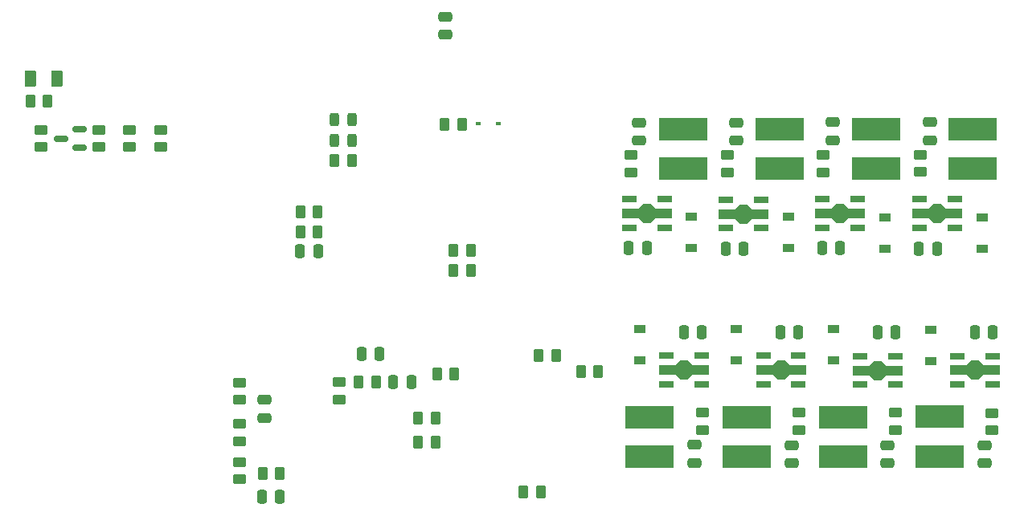
<source format=gtp>
G04 #@! TF.GenerationSoftware,KiCad,Pcbnew,6.0.1-79c1e3a40b~116~ubuntu20.04.1*
G04 #@! TF.CreationDate,2022-02-07T23:27:10+01:00*
G04 #@! TF.ProjectId,CC dimmer low voltage,43432064-696d-46d6-9572-206c6f772076,0.996*
G04 #@! TF.SameCoordinates,Original*
G04 #@! TF.FileFunction,Paste,Top*
G04 #@! TF.FilePolarity,Positive*
%FSLAX46Y46*%
G04 Gerber Fmt 4.6, Leading zero omitted, Abs format (unit mm)*
G04 Created by KiCad (PCBNEW 6.0.1-79c1e3a40b~116~ubuntu20.04.1) date 2022-02-07 23:27:10*
%MOMM*%
%LPD*%
G01*
G04 APERTURE LIST*
G04 Aperture macros list*
%AMRoundRect*
0 Rectangle with rounded corners*
0 $1 Rounding radius*
0 $2 $3 $4 $5 $6 $7 $8 $9 X,Y pos of 4 corners*
0 Add a 4 corners polygon primitive as box body*
4,1,4,$2,$3,$4,$5,$6,$7,$8,$9,$2,$3,0*
0 Add four circle primitives for the rounded corners*
1,1,$1+$1,$2,$3*
1,1,$1+$1,$4,$5*
1,1,$1+$1,$6,$7*
1,1,$1+$1,$8,$9*
0 Add four rect primitives between the rounded corners*
20,1,$1+$1,$2,$3,$4,$5,0*
20,1,$1+$1,$4,$5,$6,$7,0*
20,1,$1+$1,$6,$7,$8,$9,0*
20,1,$1+$1,$8,$9,$2,$3,0*%
%AMFreePoly0*
4,1,13,0.900000,0.500000,2.600000,0.500000,2.600000,-0.500000,0.900000,-0.500000,0.400000,-1.000000,-0.400000,-1.000000,-0.900000,-0.500000,-2.600000,-0.500000,-2.600000,0.500000,-0.900000,0.500000,-0.400000,1.000000,0.400000,1.000000,0.900000,0.500000,0.900000,0.500000,$1*%
G04 Aperture macros list end*
%ADD10R,1.500000X0.700000*%
%ADD11FreePoly0,180.000000*%
%ADD12FreePoly0,0.000000*%
%ADD13R,0.600000X0.450000*%
%ADD14RoundRect,0.250000X0.250000X0.475000X-0.250000X0.475000X-0.250000X-0.475000X0.250000X-0.475000X0*%
%ADD15RoundRect,0.250000X0.475000X-0.250000X0.475000X0.250000X-0.475000X0.250000X-0.475000X-0.250000X0*%
%ADD16RoundRect,0.250000X-0.250000X-0.475000X0.250000X-0.475000X0.250000X0.475000X-0.250000X0.475000X0*%
%ADD17RoundRect,0.250000X-0.475000X0.250000X-0.475000X-0.250000X0.475000X-0.250000X0.475000X0.250000X0*%
%ADD18R,1.200000X0.900000*%
%ADD19RoundRect,0.250000X0.450000X-0.262500X0.450000X0.262500X-0.450000X0.262500X-0.450000X-0.262500X0*%
%ADD20RoundRect,0.250000X-0.450000X0.262500X-0.450000X-0.262500X0.450000X-0.262500X0.450000X0.262500X0*%
%ADD21R,5.100000X2.350000*%
%ADD22RoundRect,0.250000X-0.262500X-0.450000X0.262500X-0.450000X0.262500X0.450000X-0.262500X0.450000X0*%
%ADD23RoundRect,0.250000X0.375000X0.625000X-0.375000X0.625000X-0.375000X-0.625000X0.375000X-0.625000X0*%
%ADD24RoundRect,0.243750X-0.243750X-0.456250X0.243750X-0.456250X0.243750X0.456250X-0.243750X0.456250X0*%
%ADD25RoundRect,0.250000X0.262500X0.450000X-0.262500X0.450000X-0.262500X-0.450000X0.262500X-0.450000X0*%
%ADD26RoundRect,0.150000X0.587500X0.150000X-0.587500X0.150000X-0.587500X-0.150000X0.587500X-0.150000X0*%
G04 APERTURE END LIST*
D10*
X197352000Y-83075000D03*
D11*
X195502000Y-81575000D03*
D10*
X197352000Y-80075000D03*
X193652000Y-80075000D03*
X193652000Y-83075000D03*
X176982000Y-83105000D03*
D11*
X175132000Y-81605000D03*
D10*
X176982000Y-80105000D03*
X173282000Y-80105000D03*
X173282000Y-83105000D03*
X166772000Y-83065000D03*
D11*
X164922000Y-81565000D03*
D10*
X166772000Y-80065000D03*
X163072000Y-80065000D03*
X163072000Y-83065000D03*
X167012000Y-96585000D03*
D12*
X168862000Y-98085000D03*
D10*
X167012000Y-99585000D03*
X170712000Y-99585000D03*
X170712000Y-96585000D03*
X177192000Y-96555000D03*
D12*
X179042000Y-98055000D03*
D10*
X177192000Y-99555000D03*
X180892000Y-99555000D03*
X180892000Y-96555000D03*
X187412000Y-96625000D03*
D12*
X189262000Y-98125000D03*
D10*
X187412000Y-99625000D03*
X191112000Y-99625000D03*
X191112000Y-96625000D03*
X197622000Y-96605000D03*
D12*
X199472000Y-98105000D03*
D10*
X197622000Y-99605000D03*
X201322000Y-99605000D03*
X201322000Y-96605000D03*
X187132000Y-83075000D03*
D11*
X185282000Y-81575000D03*
D10*
X187132000Y-80075000D03*
X183432000Y-80075000D03*
X183432000Y-83075000D03*
D13*
X149302000Y-72115000D03*
X147202000Y-72115000D03*
D14*
X164902000Y-85185000D03*
X163002000Y-85185000D03*
D15*
X164132000Y-73865000D03*
X164132000Y-71965000D03*
D14*
X175112000Y-85255000D03*
X173212000Y-85255000D03*
D15*
X174322000Y-73855000D03*
X174322000Y-71955000D03*
D14*
X185282000Y-85235000D03*
X183382000Y-85235000D03*
D15*
X184542000Y-73845000D03*
X184542000Y-71945000D03*
X194722000Y-73825000D03*
X194722000Y-71925000D03*
D16*
X199472000Y-94065000D03*
X201372000Y-94065000D03*
D17*
X200492000Y-105995000D03*
X200492000Y-107895000D03*
D16*
X189232000Y-94085000D03*
X191132000Y-94085000D03*
D17*
X190262000Y-105985000D03*
X190262000Y-107885000D03*
X180142000Y-105985000D03*
X180142000Y-107885000D03*
D16*
X168802000Y-94095000D03*
X170702000Y-94095000D03*
D17*
X169922000Y-105975000D03*
X169922000Y-107875000D03*
D15*
X143702000Y-62715000D03*
X143702000Y-60815000D03*
D14*
X195502000Y-85245000D03*
X193602000Y-85245000D03*
D18*
X169562000Y-85205000D03*
X169562000Y-81905000D03*
X179842000Y-85235000D03*
X179842000Y-81935000D03*
X190032000Y-85275000D03*
X190032000Y-81975000D03*
X200212000Y-85295000D03*
X200212000Y-81995000D03*
X194832000Y-93795000D03*
X194832000Y-97095000D03*
X184622000Y-93785000D03*
X184622000Y-97085000D03*
X174372000Y-93765000D03*
X174372000Y-97065000D03*
X164222000Y-93785000D03*
X164222000Y-97085000D03*
D16*
X178992000Y-94085000D03*
X180892000Y-94085000D03*
D19*
X163242000Y-77217500D03*
X163242000Y-75392500D03*
X173372000Y-77227500D03*
X173372000Y-75402500D03*
X183522000Y-77207500D03*
X183522000Y-75382500D03*
X193752000Y-77177500D03*
X193752000Y-75352500D03*
D20*
X201272000Y-102602500D03*
X201272000Y-104427500D03*
X180972000Y-102562500D03*
X180972000Y-104387500D03*
X170752000Y-102582500D03*
X170752000Y-104407500D03*
X191092000Y-102562500D03*
X191092000Y-104387500D03*
D21*
X168742000Y-76850000D03*
X168742000Y-72700000D03*
X178872000Y-76850000D03*
X178872000Y-72700000D03*
X189072000Y-76790000D03*
X189072000Y-72640000D03*
X199242000Y-76810000D03*
X199242000Y-72660000D03*
X195782000Y-103020000D03*
X195782000Y-107170000D03*
X185592000Y-103050000D03*
X185592000Y-107200000D03*
X175412000Y-103040000D03*
X175412000Y-107190000D03*
X165202000Y-103040000D03*
X165202000Y-107190000D03*
D22*
X143629500Y-72125000D03*
X145454500Y-72125000D03*
D23*
X102780000Y-67363750D03*
X99980000Y-67363750D03*
D14*
X136770000Y-96370000D03*
X134870000Y-96370000D03*
D24*
X131994500Y-73825000D03*
X133869500Y-73825000D03*
D25*
X133854500Y-75965000D03*
X132029500Y-75965000D03*
D22*
X99987500Y-69663750D03*
X101812500Y-69663750D03*
D14*
X126272000Y-111455000D03*
X124372000Y-111455000D03*
D17*
X124612000Y-101215000D03*
X124612000Y-103115000D03*
D20*
X122032000Y-107782500D03*
X122032000Y-109607500D03*
D25*
X126264500Y-108965000D03*
X124439500Y-108965000D03*
D19*
X122022000Y-105605000D03*
X122022000Y-103780000D03*
D20*
X122052000Y-99412500D03*
X122052000Y-101237500D03*
D19*
X132542000Y-101177500D03*
X132542000Y-99352500D03*
D25*
X136374500Y-99335000D03*
X134549500Y-99335000D03*
D16*
X138202000Y-99345000D03*
X140102000Y-99345000D03*
D22*
X128429500Y-81425000D03*
X130254500Y-81425000D03*
D26*
X105129500Y-74596234D03*
X105129500Y-72696234D03*
X103254500Y-73646234D03*
D22*
X140839500Y-103135000D03*
X142664500Y-103135000D03*
D20*
X113702000Y-72713734D03*
X113702000Y-74538734D03*
X110422000Y-72713734D03*
X110422000Y-74538734D03*
D22*
X151919500Y-110925000D03*
X153744500Y-110925000D03*
D20*
X101122000Y-72723734D03*
X101122000Y-74548734D03*
D22*
X142809500Y-98505000D03*
X144634500Y-98505000D03*
X128439500Y-83485000D03*
X130264500Y-83485000D03*
D24*
X131984500Y-71685000D03*
X133859500Y-71685000D03*
D22*
X153517500Y-96560000D03*
X155342500Y-96560000D03*
D20*
X107222000Y-72713734D03*
X107222000Y-74538734D03*
D16*
X128402000Y-85565000D03*
X130302000Y-85565000D03*
D22*
X144549500Y-85475000D03*
X146374500Y-85475000D03*
X140839500Y-105685000D03*
X142664500Y-105685000D03*
D25*
X159804500Y-98205000D03*
X157979500Y-98205000D03*
D22*
X144539500Y-87535000D03*
X146364500Y-87535000D03*
M02*

</source>
